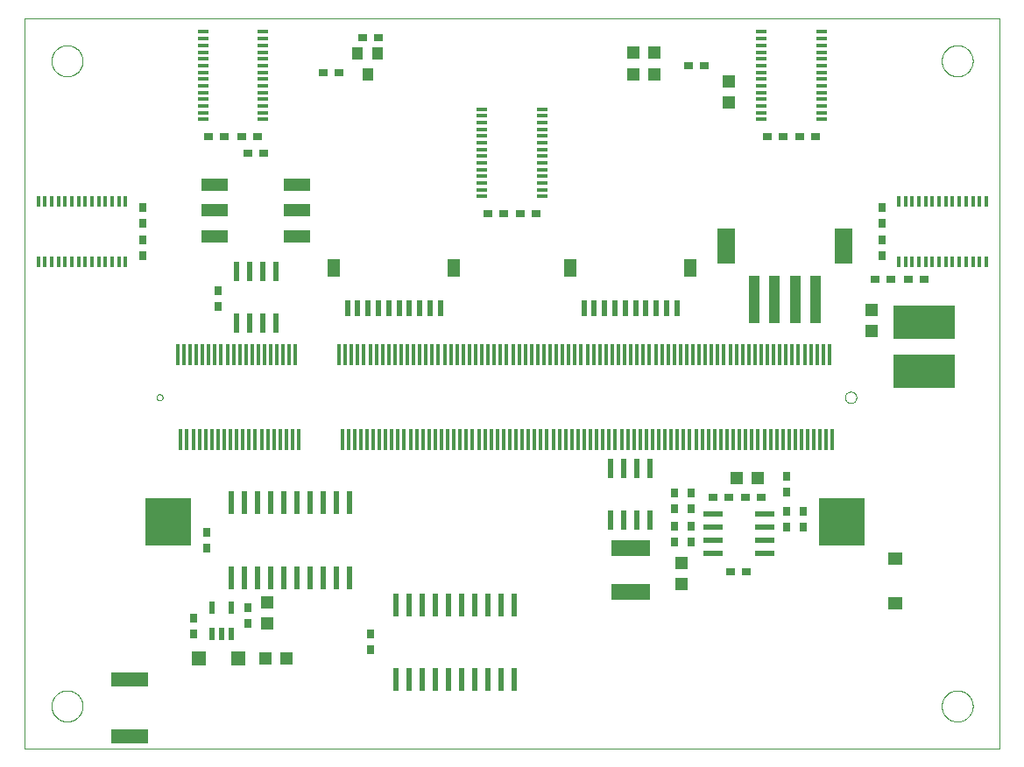
<source format=gbp>
G75*
%MOIN*%
%OFA0B0*%
%FSLAX25Y25*%
%IPPOS*%
%LPD*%
%AMOC8*
5,1,8,0,0,1.08239X$1,22.5*
%
%ADD10C,0.00000*%
%ADD11R,0.02165X0.04724*%
%ADD12R,0.03150X0.03543*%
%ADD13R,0.04724X0.05118*%
%ADD14R,0.05512X0.05512*%
%ADD15R,0.14016X0.05512*%
%ADD16R,0.05118X0.04724*%
%ADD17R,0.03900X0.01200*%
%ADD18R,0.03543X0.03150*%
%ADD19R,0.01200X0.03900*%
%ADD20R,0.01378X0.07874*%
%ADD21R,0.17717X0.18110*%
%ADD22R,0.03937X0.05000*%
%ADD23R,0.07800X0.02200*%
%ADD24R,0.05787X0.05000*%
%ADD25R,0.23622X0.12795*%
%ADD26R,0.14567X0.05906*%
%ADD27R,0.02000X0.07800*%
%ADD28R,0.02362X0.08661*%
%ADD29R,0.02200X0.07800*%
%ADD30R,0.09843X0.04724*%
%ADD31R,0.02362X0.06102*%
%ADD32R,0.04724X0.07087*%
%ADD33R,0.03937X0.18110*%
%ADD34R,0.06693X0.13386*%
D10*
X0007875Y0004375D02*
X0007875Y0282466D01*
X0379027Y0282466D01*
X0379027Y0004375D01*
X0007875Y0004375D01*
X0018219Y0020625D02*
X0018221Y0020778D01*
X0018227Y0020932D01*
X0018237Y0021085D01*
X0018251Y0021237D01*
X0018269Y0021390D01*
X0018291Y0021541D01*
X0018316Y0021692D01*
X0018346Y0021843D01*
X0018380Y0021993D01*
X0018417Y0022141D01*
X0018458Y0022289D01*
X0018503Y0022435D01*
X0018552Y0022581D01*
X0018605Y0022725D01*
X0018661Y0022867D01*
X0018721Y0023008D01*
X0018785Y0023148D01*
X0018852Y0023286D01*
X0018923Y0023422D01*
X0018998Y0023556D01*
X0019075Y0023688D01*
X0019157Y0023818D01*
X0019241Y0023946D01*
X0019329Y0024072D01*
X0019420Y0024195D01*
X0019514Y0024316D01*
X0019612Y0024434D01*
X0019712Y0024550D01*
X0019816Y0024663D01*
X0019922Y0024774D01*
X0020031Y0024882D01*
X0020143Y0024987D01*
X0020257Y0025088D01*
X0020375Y0025187D01*
X0020494Y0025283D01*
X0020616Y0025376D01*
X0020741Y0025465D01*
X0020868Y0025552D01*
X0020997Y0025634D01*
X0021128Y0025714D01*
X0021261Y0025790D01*
X0021396Y0025863D01*
X0021533Y0025932D01*
X0021672Y0025997D01*
X0021812Y0026059D01*
X0021954Y0026117D01*
X0022097Y0026172D01*
X0022242Y0026223D01*
X0022388Y0026270D01*
X0022535Y0026313D01*
X0022683Y0026352D01*
X0022832Y0026388D01*
X0022982Y0026419D01*
X0023133Y0026447D01*
X0023284Y0026471D01*
X0023437Y0026491D01*
X0023589Y0026507D01*
X0023742Y0026519D01*
X0023895Y0026527D01*
X0024048Y0026531D01*
X0024202Y0026531D01*
X0024355Y0026527D01*
X0024508Y0026519D01*
X0024661Y0026507D01*
X0024813Y0026491D01*
X0024966Y0026471D01*
X0025117Y0026447D01*
X0025268Y0026419D01*
X0025418Y0026388D01*
X0025567Y0026352D01*
X0025715Y0026313D01*
X0025862Y0026270D01*
X0026008Y0026223D01*
X0026153Y0026172D01*
X0026296Y0026117D01*
X0026438Y0026059D01*
X0026578Y0025997D01*
X0026717Y0025932D01*
X0026854Y0025863D01*
X0026989Y0025790D01*
X0027122Y0025714D01*
X0027253Y0025634D01*
X0027382Y0025552D01*
X0027509Y0025465D01*
X0027634Y0025376D01*
X0027756Y0025283D01*
X0027875Y0025187D01*
X0027993Y0025088D01*
X0028107Y0024987D01*
X0028219Y0024882D01*
X0028328Y0024774D01*
X0028434Y0024663D01*
X0028538Y0024550D01*
X0028638Y0024434D01*
X0028736Y0024316D01*
X0028830Y0024195D01*
X0028921Y0024072D01*
X0029009Y0023946D01*
X0029093Y0023818D01*
X0029175Y0023688D01*
X0029252Y0023556D01*
X0029327Y0023422D01*
X0029398Y0023286D01*
X0029465Y0023148D01*
X0029529Y0023008D01*
X0029589Y0022867D01*
X0029645Y0022725D01*
X0029698Y0022581D01*
X0029747Y0022435D01*
X0029792Y0022289D01*
X0029833Y0022141D01*
X0029870Y0021993D01*
X0029904Y0021843D01*
X0029934Y0021692D01*
X0029959Y0021541D01*
X0029981Y0021390D01*
X0029999Y0021237D01*
X0030013Y0021085D01*
X0030023Y0020932D01*
X0030029Y0020778D01*
X0030031Y0020625D01*
X0030029Y0020472D01*
X0030023Y0020318D01*
X0030013Y0020165D01*
X0029999Y0020013D01*
X0029981Y0019860D01*
X0029959Y0019709D01*
X0029934Y0019558D01*
X0029904Y0019407D01*
X0029870Y0019257D01*
X0029833Y0019109D01*
X0029792Y0018961D01*
X0029747Y0018815D01*
X0029698Y0018669D01*
X0029645Y0018525D01*
X0029589Y0018383D01*
X0029529Y0018242D01*
X0029465Y0018102D01*
X0029398Y0017964D01*
X0029327Y0017828D01*
X0029252Y0017694D01*
X0029175Y0017562D01*
X0029093Y0017432D01*
X0029009Y0017304D01*
X0028921Y0017178D01*
X0028830Y0017055D01*
X0028736Y0016934D01*
X0028638Y0016816D01*
X0028538Y0016700D01*
X0028434Y0016587D01*
X0028328Y0016476D01*
X0028219Y0016368D01*
X0028107Y0016263D01*
X0027993Y0016162D01*
X0027875Y0016063D01*
X0027756Y0015967D01*
X0027634Y0015874D01*
X0027509Y0015785D01*
X0027382Y0015698D01*
X0027253Y0015616D01*
X0027122Y0015536D01*
X0026989Y0015460D01*
X0026854Y0015387D01*
X0026717Y0015318D01*
X0026578Y0015253D01*
X0026438Y0015191D01*
X0026296Y0015133D01*
X0026153Y0015078D01*
X0026008Y0015027D01*
X0025862Y0014980D01*
X0025715Y0014937D01*
X0025567Y0014898D01*
X0025418Y0014862D01*
X0025268Y0014831D01*
X0025117Y0014803D01*
X0024966Y0014779D01*
X0024813Y0014759D01*
X0024661Y0014743D01*
X0024508Y0014731D01*
X0024355Y0014723D01*
X0024202Y0014719D01*
X0024048Y0014719D01*
X0023895Y0014723D01*
X0023742Y0014731D01*
X0023589Y0014743D01*
X0023437Y0014759D01*
X0023284Y0014779D01*
X0023133Y0014803D01*
X0022982Y0014831D01*
X0022832Y0014862D01*
X0022683Y0014898D01*
X0022535Y0014937D01*
X0022388Y0014980D01*
X0022242Y0015027D01*
X0022097Y0015078D01*
X0021954Y0015133D01*
X0021812Y0015191D01*
X0021672Y0015253D01*
X0021533Y0015318D01*
X0021396Y0015387D01*
X0021261Y0015460D01*
X0021128Y0015536D01*
X0020997Y0015616D01*
X0020868Y0015698D01*
X0020741Y0015785D01*
X0020616Y0015874D01*
X0020494Y0015967D01*
X0020375Y0016063D01*
X0020257Y0016162D01*
X0020143Y0016263D01*
X0020031Y0016368D01*
X0019922Y0016476D01*
X0019816Y0016587D01*
X0019712Y0016700D01*
X0019612Y0016816D01*
X0019514Y0016934D01*
X0019420Y0017055D01*
X0019329Y0017178D01*
X0019241Y0017304D01*
X0019157Y0017432D01*
X0019075Y0017562D01*
X0018998Y0017694D01*
X0018923Y0017828D01*
X0018852Y0017964D01*
X0018785Y0018102D01*
X0018721Y0018242D01*
X0018661Y0018383D01*
X0018605Y0018525D01*
X0018552Y0018669D01*
X0018503Y0018815D01*
X0018458Y0018961D01*
X0018417Y0019109D01*
X0018380Y0019257D01*
X0018346Y0019407D01*
X0018316Y0019558D01*
X0018291Y0019709D01*
X0018269Y0019860D01*
X0018251Y0020013D01*
X0018237Y0020165D01*
X0018227Y0020318D01*
X0018221Y0020472D01*
X0018219Y0020625D01*
X0058136Y0138125D02*
X0058138Y0138194D01*
X0058144Y0138262D01*
X0058154Y0138330D01*
X0058168Y0138397D01*
X0058186Y0138464D01*
X0058207Y0138529D01*
X0058233Y0138593D01*
X0058262Y0138655D01*
X0058294Y0138715D01*
X0058330Y0138774D01*
X0058370Y0138830D01*
X0058412Y0138884D01*
X0058458Y0138935D01*
X0058507Y0138984D01*
X0058558Y0139030D01*
X0058612Y0139072D01*
X0058668Y0139112D01*
X0058726Y0139148D01*
X0058787Y0139180D01*
X0058849Y0139209D01*
X0058913Y0139235D01*
X0058978Y0139256D01*
X0059045Y0139274D01*
X0059112Y0139288D01*
X0059180Y0139298D01*
X0059248Y0139304D01*
X0059317Y0139306D01*
X0059386Y0139304D01*
X0059454Y0139298D01*
X0059522Y0139288D01*
X0059589Y0139274D01*
X0059656Y0139256D01*
X0059721Y0139235D01*
X0059785Y0139209D01*
X0059847Y0139180D01*
X0059907Y0139148D01*
X0059966Y0139112D01*
X0060022Y0139072D01*
X0060076Y0139030D01*
X0060127Y0138984D01*
X0060176Y0138935D01*
X0060222Y0138884D01*
X0060264Y0138830D01*
X0060304Y0138774D01*
X0060340Y0138715D01*
X0060372Y0138655D01*
X0060401Y0138593D01*
X0060427Y0138529D01*
X0060448Y0138464D01*
X0060466Y0138397D01*
X0060480Y0138330D01*
X0060490Y0138262D01*
X0060496Y0138194D01*
X0060498Y0138125D01*
X0060496Y0138056D01*
X0060490Y0137988D01*
X0060480Y0137920D01*
X0060466Y0137853D01*
X0060448Y0137786D01*
X0060427Y0137721D01*
X0060401Y0137657D01*
X0060372Y0137595D01*
X0060340Y0137534D01*
X0060304Y0137476D01*
X0060264Y0137420D01*
X0060222Y0137366D01*
X0060176Y0137315D01*
X0060127Y0137266D01*
X0060076Y0137220D01*
X0060022Y0137178D01*
X0059966Y0137138D01*
X0059908Y0137102D01*
X0059847Y0137070D01*
X0059785Y0137041D01*
X0059721Y0137015D01*
X0059656Y0136994D01*
X0059589Y0136976D01*
X0059522Y0136962D01*
X0059454Y0136952D01*
X0059386Y0136946D01*
X0059317Y0136944D01*
X0059248Y0136946D01*
X0059180Y0136952D01*
X0059112Y0136962D01*
X0059045Y0136976D01*
X0058978Y0136994D01*
X0058913Y0137015D01*
X0058849Y0137041D01*
X0058787Y0137070D01*
X0058726Y0137102D01*
X0058668Y0137138D01*
X0058612Y0137178D01*
X0058558Y0137220D01*
X0058507Y0137266D01*
X0058458Y0137315D01*
X0058412Y0137366D01*
X0058370Y0137420D01*
X0058330Y0137476D01*
X0058294Y0137534D01*
X0058262Y0137595D01*
X0058233Y0137657D01*
X0058207Y0137721D01*
X0058186Y0137786D01*
X0058168Y0137853D01*
X0058154Y0137920D01*
X0058144Y0137988D01*
X0058138Y0138056D01*
X0058136Y0138125D01*
X0320144Y0138125D02*
X0320146Y0138218D01*
X0320152Y0138310D01*
X0320162Y0138402D01*
X0320176Y0138493D01*
X0320193Y0138584D01*
X0320215Y0138674D01*
X0320240Y0138763D01*
X0320269Y0138851D01*
X0320302Y0138937D01*
X0320339Y0139022D01*
X0320379Y0139106D01*
X0320423Y0139187D01*
X0320470Y0139267D01*
X0320520Y0139345D01*
X0320574Y0139420D01*
X0320631Y0139493D01*
X0320691Y0139563D01*
X0320754Y0139631D01*
X0320820Y0139696D01*
X0320888Y0139758D01*
X0320959Y0139818D01*
X0321033Y0139874D01*
X0321109Y0139927D01*
X0321187Y0139976D01*
X0321267Y0140023D01*
X0321349Y0140065D01*
X0321433Y0140105D01*
X0321518Y0140140D01*
X0321605Y0140172D01*
X0321693Y0140201D01*
X0321782Y0140225D01*
X0321872Y0140246D01*
X0321963Y0140262D01*
X0322055Y0140275D01*
X0322147Y0140284D01*
X0322240Y0140289D01*
X0322332Y0140290D01*
X0322425Y0140287D01*
X0322517Y0140280D01*
X0322609Y0140269D01*
X0322700Y0140254D01*
X0322791Y0140236D01*
X0322881Y0140213D01*
X0322969Y0140187D01*
X0323057Y0140157D01*
X0323143Y0140123D01*
X0323227Y0140086D01*
X0323310Y0140044D01*
X0323391Y0140000D01*
X0323471Y0139952D01*
X0323548Y0139901D01*
X0323622Y0139846D01*
X0323695Y0139788D01*
X0323765Y0139728D01*
X0323832Y0139664D01*
X0323896Y0139598D01*
X0323958Y0139528D01*
X0324016Y0139457D01*
X0324071Y0139383D01*
X0324123Y0139306D01*
X0324172Y0139227D01*
X0324218Y0139147D01*
X0324260Y0139064D01*
X0324298Y0138980D01*
X0324333Y0138894D01*
X0324364Y0138807D01*
X0324391Y0138719D01*
X0324414Y0138629D01*
X0324434Y0138539D01*
X0324450Y0138448D01*
X0324462Y0138356D01*
X0324470Y0138264D01*
X0324474Y0138171D01*
X0324474Y0138079D01*
X0324470Y0137986D01*
X0324462Y0137894D01*
X0324450Y0137802D01*
X0324434Y0137711D01*
X0324414Y0137621D01*
X0324391Y0137531D01*
X0324364Y0137443D01*
X0324333Y0137356D01*
X0324298Y0137270D01*
X0324260Y0137186D01*
X0324218Y0137103D01*
X0324172Y0137023D01*
X0324123Y0136944D01*
X0324071Y0136867D01*
X0324016Y0136793D01*
X0323958Y0136722D01*
X0323896Y0136652D01*
X0323832Y0136586D01*
X0323765Y0136522D01*
X0323695Y0136462D01*
X0323622Y0136404D01*
X0323548Y0136349D01*
X0323471Y0136298D01*
X0323392Y0136250D01*
X0323310Y0136206D01*
X0323227Y0136164D01*
X0323143Y0136127D01*
X0323057Y0136093D01*
X0322969Y0136063D01*
X0322881Y0136037D01*
X0322791Y0136014D01*
X0322700Y0135996D01*
X0322609Y0135981D01*
X0322517Y0135970D01*
X0322425Y0135963D01*
X0322332Y0135960D01*
X0322240Y0135961D01*
X0322147Y0135966D01*
X0322055Y0135975D01*
X0321963Y0135988D01*
X0321872Y0136004D01*
X0321782Y0136025D01*
X0321693Y0136049D01*
X0321605Y0136078D01*
X0321518Y0136110D01*
X0321433Y0136145D01*
X0321349Y0136185D01*
X0321267Y0136227D01*
X0321187Y0136274D01*
X0321109Y0136323D01*
X0321033Y0136376D01*
X0320959Y0136432D01*
X0320888Y0136492D01*
X0320820Y0136554D01*
X0320754Y0136619D01*
X0320691Y0136687D01*
X0320631Y0136757D01*
X0320574Y0136830D01*
X0320520Y0136905D01*
X0320470Y0136983D01*
X0320423Y0137063D01*
X0320379Y0137144D01*
X0320339Y0137228D01*
X0320302Y0137313D01*
X0320269Y0137399D01*
X0320240Y0137487D01*
X0320215Y0137576D01*
X0320193Y0137666D01*
X0320176Y0137757D01*
X0320162Y0137848D01*
X0320152Y0137940D01*
X0320146Y0138032D01*
X0320144Y0138125D01*
X0356969Y0020625D02*
X0356971Y0020778D01*
X0356977Y0020932D01*
X0356987Y0021085D01*
X0357001Y0021237D01*
X0357019Y0021390D01*
X0357041Y0021541D01*
X0357066Y0021692D01*
X0357096Y0021843D01*
X0357130Y0021993D01*
X0357167Y0022141D01*
X0357208Y0022289D01*
X0357253Y0022435D01*
X0357302Y0022581D01*
X0357355Y0022725D01*
X0357411Y0022867D01*
X0357471Y0023008D01*
X0357535Y0023148D01*
X0357602Y0023286D01*
X0357673Y0023422D01*
X0357748Y0023556D01*
X0357825Y0023688D01*
X0357907Y0023818D01*
X0357991Y0023946D01*
X0358079Y0024072D01*
X0358170Y0024195D01*
X0358264Y0024316D01*
X0358362Y0024434D01*
X0358462Y0024550D01*
X0358566Y0024663D01*
X0358672Y0024774D01*
X0358781Y0024882D01*
X0358893Y0024987D01*
X0359007Y0025088D01*
X0359125Y0025187D01*
X0359244Y0025283D01*
X0359366Y0025376D01*
X0359491Y0025465D01*
X0359618Y0025552D01*
X0359747Y0025634D01*
X0359878Y0025714D01*
X0360011Y0025790D01*
X0360146Y0025863D01*
X0360283Y0025932D01*
X0360422Y0025997D01*
X0360562Y0026059D01*
X0360704Y0026117D01*
X0360847Y0026172D01*
X0360992Y0026223D01*
X0361138Y0026270D01*
X0361285Y0026313D01*
X0361433Y0026352D01*
X0361582Y0026388D01*
X0361732Y0026419D01*
X0361883Y0026447D01*
X0362034Y0026471D01*
X0362187Y0026491D01*
X0362339Y0026507D01*
X0362492Y0026519D01*
X0362645Y0026527D01*
X0362798Y0026531D01*
X0362952Y0026531D01*
X0363105Y0026527D01*
X0363258Y0026519D01*
X0363411Y0026507D01*
X0363563Y0026491D01*
X0363716Y0026471D01*
X0363867Y0026447D01*
X0364018Y0026419D01*
X0364168Y0026388D01*
X0364317Y0026352D01*
X0364465Y0026313D01*
X0364612Y0026270D01*
X0364758Y0026223D01*
X0364903Y0026172D01*
X0365046Y0026117D01*
X0365188Y0026059D01*
X0365328Y0025997D01*
X0365467Y0025932D01*
X0365604Y0025863D01*
X0365739Y0025790D01*
X0365872Y0025714D01*
X0366003Y0025634D01*
X0366132Y0025552D01*
X0366259Y0025465D01*
X0366384Y0025376D01*
X0366506Y0025283D01*
X0366625Y0025187D01*
X0366743Y0025088D01*
X0366857Y0024987D01*
X0366969Y0024882D01*
X0367078Y0024774D01*
X0367184Y0024663D01*
X0367288Y0024550D01*
X0367388Y0024434D01*
X0367486Y0024316D01*
X0367580Y0024195D01*
X0367671Y0024072D01*
X0367759Y0023946D01*
X0367843Y0023818D01*
X0367925Y0023688D01*
X0368002Y0023556D01*
X0368077Y0023422D01*
X0368148Y0023286D01*
X0368215Y0023148D01*
X0368279Y0023008D01*
X0368339Y0022867D01*
X0368395Y0022725D01*
X0368448Y0022581D01*
X0368497Y0022435D01*
X0368542Y0022289D01*
X0368583Y0022141D01*
X0368620Y0021993D01*
X0368654Y0021843D01*
X0368684Y0021692D01*
X0368709Y0021541D01*
X0368731Y0021390D01*
X0368749Y0021237D01*
X0368763Y0021085D01*
X0368773Y0020932D01*
X0368779Y0020778D01*
X0368781Y0020625D01*
X0368779Y0020472D01*
X0368773Y0020318D01*
X0368763Y0020165D01*
X0368749Y0020013D01*
X0368731Y0019860D01*
X0368709Y0019709D01*
X0368684Y0019558D01*
X0368654Y0019407D01*
X0368620Y0019257D01*
X0368583Y0019109D01*
X0368542Y0018961D01*
X0368497Y0018815D01*
X0368448Y0018669D01*
X0368395Y0018525D01*
X0368339Y0018383D01*
X0368279Y0018242D01*
X0368215Y0018102D01*
X0368148Y0017964D01*
X0368077Y0017828D01*
X0368002Y0017694D01*
X0367925Y0017562D01*
X0367843Y0017432D01*
X0367759Y0017304D01*
X0367671Y0017178D01*
X0367580Y0017055D01*
X0367486Y0016934D01*
X0367388Y0016816D01*
X0367288Y0016700D01*
X0367184Y0016587D01*
X0367078Y0016476D01*
X0366969Y0016368D01*
X0366857Y0016263D01*
X0366743Y0016162D01*
X0366625Y0016063D01*
X0366506Y0015967D01*
X0366384Y0015874D01*
X0366259Y0015785D01*
X0366132Y0015698D01*
X0366003Y0015616D01*
X0365872Y0015536D01*
X0365739Y0015460D01*
X0365604Y0015387D01*
X0365467Y0015318D01*
X0365328Y0015253D01*
X0365188Y0015191D01*
X0365046Y0015133D01*
X0364903Y0015078D01*
X0364758Y0015027D01*
X0364612Y0014980D01*
X0364465Y0014937D01*
X0364317Y0014898D01*
X0364168Y0014862D01*
X0364018Y0014831D01*
X0363867Y0014803D01*
X0363716Y0014779D01*
X0363563Y0014759D01*
X0363411Y0014743D01*
X0363258Y0014731D01*
X0363105Y0014723D01*
X0362952Y0014719D01*
X0362798Y0014719D01*
X0362645Y0014723D01*
X0362492Y0014731D01*
X0362339Y0014743D01*
X0362187Y0014759D01*
X0362034Y0014779D01*
X0361883Y0014803D01*
X0361732Y0014831D01*
X0361582Y0014862D01*
X0361433Y0014898D01*
X0361285Y0014937D01*
X0361138Y0014980D01*
X0360992Y0015027D01*
X0360847Y0015078D01*
X0360704Y0015133D01*
X0360562Y0015191D01*
X0360422Y0015253D01*
X0360283Y0015318D01*
X0360146Y0015387D01*
X0360011Y0015460D01*
X0359878Y0015536D01*
X0359747Y0015616D01*
X0359618Y0015698D01*
X0359491Y0015785D01*
X0359366Y0015874D01*
X0359244Y0015967D01*
X0359125Y0016063D01*
X0359007Y0016162D01*
X0358893Y0016263D01*
X0358781Y0016368D01*
X0358672Y0016476D01*
X0358566Y0016587D01*
X0358462Y0016700D01*
X0358362Y0016816D01*
X0358264Y0016934D01*
X0358170Y0017055D01*
X0358079Y0017178D01*
X0357991Y0017304D01*
X0357907Y0017432D01*
X0357825Y0017562D01*
X0357748Y0017694D01*
X0357673Y0017828D01*
X0357602Y0017964D01*
X0357535Y0018102D01*
X0357471Y0018242D01*
X0357411Y0018383D01*
X0357355Y0018525D01*
X0357302Y0018669D01*
X0357253Y0018815D01*
X0357208Y0018961D01*
X0357167Y0019109D01*
X0357130Y0019257D01*
X0357096Y0019407D01*
X0357066Y0019558D01*
X0357041Y0019709D01*
X0357019Y0019860D01*
X0357001Y0020013D01*
X0356987Y0020165D01*
X0356977Y0020318D01*
X0356971Y0020472D01*
X0356969Y0020625D01*
X0356969Y0266250D02*
X0356971Y0266403D01*
X0356977Y0266557D01*
X0356987Y0266710D01*
X0357001Y0266862D01*
X0357019Y0267015D01*
X0357041Y0267166D01*
X0357066Y0267317D01*
X0357096Y0267468D01*
X0357130Y0267618D01*
X0357167Y0267766D01*
X0357208Y0267914D01*
X0357253Y0268060D01*
X0357302Y0268206D01*
X0357355Y0268350D01*
X0357411Y0268492D01*
X0357471Y0268633D01*
X0357535Y0268773D01*
X0357602Y0268911D01*
X0357673Y0269047D01*
X0357748Y0269181D01*
X0357825Y0269313D01*
X0357907Y0269443D01*
X0357991Y0269571D01*
X0358079Y0269697D01*
X0358170Y0269820D01*
X0358264Y0269941D01*
X0358362Y0270059D01*
X0358462Y0270175D01*
X0358566Y0270288D01*
X0358672Y0270399D01*
X0358781Y0270507D01*
X0358893Y0270612D01*
X0359007Y0270713D01*
X0359125Y0270812D01*
X0359244Y0270908D01*
X0359366Y0271001D01*
X0359491Y0271090D01*
X0359618Y0271177D01*
X0359747Y0271259D01*
X0359878Y0271339D01*
X0360011Y0271415D01*
X0360146Y0271488D01*
X0360283Y0271557D01*
X0360422Y0271622D01*
X0360562Y0271684D01*
X0360704Y0271742D01*
X0360847Y0271797D01*
X0360992Y0271848D01*
X0361138Y0271895D01*
X0361285Y0271938D01*
X0361433Y0271977D01*
X0361582Y0272013D01*
X0361732Y0272044D01*
X0361883Y0272072D01*
X0362034Y0272096D01*
X0362187Y0272116D01*
X0362339Y0272132D01*
X0362492Y0272144D01*
X0362645Y0272152D01*
X0362798Y0272156D01*
X0362952Y0272156D01*
X0363105Y0272152D01*
X0363258Y0272144D01*
X0363411Y0272132D01*
X0363563Y0272116D01*
X0363716Y0272096D01*
X0363867Y0272072D01*
X0364018Y0272044D01*
X0364168Y0272013D01*
X0364317Y0271977D01*
X0364465Y0271938D01*
X0364612Y0271895D01*
X0364758Y0271848D01*
X0364903Y0271797D01*
X0365046Y0271742D01*
X0365188Y0271684D01*
X0365328Y0271622D01*
X0365467Y0271557D01*
X0365604Y0271488D01*
X0365739Y0271415D01*
X0365872Y0271339D01*
X0366003Y0271259D01*
X0366132Y0271177D01*
X0366259Y0271090D01*
X0366384Y0271001D01*
X0366506Y0270908D01*
X0366625Y0270812D01*
X0366743Y0270713D01*
X0366857Y0270612D01*
X0366969Y0270507D01*
X0367078Y0270399D01*
X0367184Y0270288D01*
X0367288Y0270175D01*
X0367388Y0270059D01*
X0367486Y0269941D01*
X0367580Y0269820D01*
X0367671Y0269697D01*
X0367759Y0269571D01*
X0367843Y0269443D01*
X0367925Y0269313D01*
X0368002Y0269181D01*
X0368077Y0269047D01*
X0368148Y0268911D01*
X0368215Y0268773D01*
X0368279Y0268633D01*
X0368339Y0268492D01*
X0368395Y0268350D01*
X0368448Y0268206D01*
X0368497Y0268060D01*
X0368542Y0267914D01*
X0368583Y0267766D01*
X0368620Y0267618D01*
X0368654Y0267468D01*
X0368684Y0267317D01*
X0368709Y0267166D01*
X0368731Y0267015D01*
X0368749Y0266862D01*
X0368763Y0266710D01*
X0368773Y0266557D01*
X0368779Y0266403D01*
X0368781Y0266250D01*
X0368779Y0266097D01*
X0368773Y0265943D01*
X0368763Y0265790D01*
X0368749Y0265638D01*
X0368731Y0265485D01*
X0368709Y0265334D01*
X0368684Y0265183D01*
X0368654Y0265032D01*
X0368620Y0264882D01*
X0368583Y0264734D01*
X0368542Y0264586D01*
X0368497Y0264440D01*
X0368448Y0264294D01*
X0368395Y0264150D01*
X0368339Y0264008D01*
X0368279Y0263867D01*
X0368215Y0263727D01*
X0368148Y0263589D01*
X0368077Y0263453D01*
X0368002Y0263319D01*
X0367925Y0263187D01*
X0367843Y0263057D01*
X0367759Y0262929D01*
X0367671Y0262803D01*
X0367580Y0262680D01*
X0367486Y0262559D01*
X0367388Y0262441D01*
X0367288Y0262325D01*
X0367184Y0262212D01*
X0367078Y0262101D01*
X0366969Y0261993D01*
X0366857Y0261888D01*
X0366743Y0261787D01*
X0366625Y0261688D01*
X0366506Y0261592D01*
X0366384Y0261499D01*
X0366259Y0261410D01*
X0366132Y0261323D01*
X0366003Y0261241D01*
X0365872Y0261161D01*
X0365739Y0261085D01*
X0365604Y0261012D01*
X0365467Y0260943D01*
X0365328Y0260878D01*
X0365188Y0260816D01*
X0365046Y0260758D01*
X0364903Y0260703D01*
X0364758Y0260652D01*
X0364612Y0260605D01*
X0364465Y0260562D01*
X0364317Y0260523D01*
X0364168Y0260487D01*
X0364018Y0260456D01*
X0363867Y0260428D01*
X0363716Y0260404D01*
X0363563Y0260384D01*
X0363411Y0260368D01*
X0363258Y0260356D01*
X0363105Y0260348D01*
X0362952Y0260344D01*
X0362798Y0260344D01*
X0362645Y0260348D01*
X0362492Y0260356D01*
X0362339Y0260368D01*
X0362187Y0260384D01*
X0362034Y0260404D01*
X0361883Y0260428D01*
X0361732Y0260456D01*
X0361582Y0260487D01*
X0361433Y0260523D01*
X0361285Y0260562D01*
X0361138Y0260605D01*
X0360992Y0260652D01*
X0360847Y0260703D01*
X0360704Y0260758D01*
X0360562Y0260816D01*
X0360422Y0260878D01*
X0360283Y0260943D01*
X0360146Y0261012D01*
X0360011Y0261085D01*
X0359878Y0261161D01*
X0359747Y0261241D01*
X0359618Y0261323D01*
X0359491Y0261410D01*
X0359366Y0261499D01*
X0359244Y0261592D01*
X0359125Y0261688D01*
X0359007Y0261787D01*
X0358893Y0261888D01*
X0358781Y0261993D01*
X0358672Y0262101D01*
X0358566Y0262212D01*
X0358462Y0262325D01*
X0358362Y0262441D01*
X0358264Y0262559D01*
X0358170Y0262680D01*
X0358079Y0262803D01*
X0357991Y0262929D01*
X0357907Y0263057D01*
X0357825Y0263187D01*
X0357748Y0263319D01*
X0357673Y0263453D01*
X0357602Y0263589D01*
X0357535Y0263727D01*
X0357471Y0263867D01*
X0357411Y0264008D01*
X0357355Y0264150D01*
X0357302Y0264294D01*
X0357253Y0264440D01*
X0357208Y0264586D01*
X0357167Y0264734D01*
X0357130Y0264882D01*
X0357096Y0265032D01*
X0357066Y0265183D01*
X0357041Y0265334D01*
X0357019Y0265485D01*
X0357001Y0265638D01*
X0356987Y0265790D01*
X0356977Y0265943D01*
X0356971Y0266097D01*
X0356969Y0266250D01*
X0018219Y0266250D02*
X0018221Y0266403D01*
X0018227Y0266557D01*
X0018237Y0266710D01*
X0018251Y0266862D01*
X0018269Y0267015D01*
X0018291Y0267166D01*
X0018316Y0267317D01*
X0018346Y0267468D01*
X0018380Y0267618D01*
X0018417Y0267766D01*
X0018458Y0267914D01*
X0018503Y0268060D01*
X0018552Y0268206D01*
X0018605Y0268350D01*
X0018661Y0268492D01*
X0018721Y0268633D01*
X0018785Y0268773D01*
X0018852Y0268911D01*
X0018923Y0269047D01*
X0018998Y0269181D01*
X0019075Y0269313D01*
X0019157Y0269443D01*
X0019241Y0269571D01*
X0019329Y0269697D01*
X0019420Y0269820D01*
X0019514Y0269941D01*
X0019612Y0270059D01*
X0019712Y0270175D01*
X0019816Y0270288D01*
X0019922Y0270399D01*
X0020031Y0270507D01*
X0020143Y0270612D01*
X0020257Y0270713D01*
X0020375Y0270812D01*
X0020494Y0270908D01*
X0020616Y0271001D01*
X0020741Y0271090D01*
X0020868Y0271177D01*
X0020997Y0271259D01*
X0021128Y0271339D01*
X0021261Y0271415D01*
X0021396Y0271488D01*
X0021533Y0271557D01*
X0021672Y0271622D01*
X0021812Y0271684D01*
X0021954Y0271742D01*
X0022097Y0271797D01*
X0022242Y0271848D01*
X0022388Y0271895D01*
X0022535Y0271938D01*
X0022683Y0271977D01*
X0022832Y0272013D01*
X0022982Y0272044D01*
X0023133Y0272072D01*
X0023284Y0272096D01*
X0023437Y0272116D01*
X0023589Y0272132D01*
X0023742Y0272144D01*
X0023895Y0272152D01*
X0024048Y0272156D01*
X0024202Y0272156D01*
X0024355Y0272152D01*
X0024508Y0272144D01*
X0024661Y0272132D01*
X0024813Y0272116D01*
X0024966Y0272096D01*
X0025117Y0272072D01*
X0025268Y0272044D01*
X0025418Y0272013D01*
X0025567Y0271977D01*
X0025715Y0271938D01*
X0025862Y0271895D01*
X0026008Y0271848D01*
X0026153Y0271797D01*
X0026296Y0271742D01*
X0026438Y0271684D01*
X0026578Y0271622D01*
X0026717Y0271557D01*
X0026854Y0271488D01*
X0026989Y0271415D01*
X0027122Y0271339D01*
X0027253Y0271259D01*
X0027382Y0271177D01*
X0027509Y0271090D01*
X0027634Y0271001D01*
X0027756Y0270908D01*
X0027875Y0270812D01*
X0027993Y0270713D01*
X0028107Y0270612D01*
X0028219Y0270507D01*
X0028328Y0270399D01*
X0028434Y0270288D01*
X0028538Y0270175D01*
X0028638Y0270059D01*
X0028736Y0269941D01*
X0028830Y0269820D01*
X0028921Y0269697D01*
X0029009Y0269571D01*
X0029093Y0269443D01*
X0029175Y0269313D01*
X0029252Y0269181D01*
X0029327Y0269047D01*
X0029398Y0268911D01*
X0029465Y0268773D01*
X0029529Y0268633D01*
X0029589Y0268492D01*
X0029645Y0268350D01*
X0029698Y0268206D01*
X0029747Y0268060D01*
X0029792Y0267914D01*
X0029833Y0267766D01*
X0029870Y0267618D01*
X0029904Y0267468D01*
X0029934Y0267317D01*
X0029959Y0267166D01*
X0029981Y0267015D01*
X0029999Y0266862D01*
X0030013Y0266710D01*
X0030023Y0266557D01*
X0030029Y0266403D01*
X0030031Y0266250D01*
X0030029Y0266097D01*
X0030023Y0265943D01*
X0030013Y0265790D01*
X0029999Y0265638D01*
X0029981Y0265485D01*
X0029959Y0265334D01*
X0029934Y0265183D01*
X0029904Y0265032D01*
X0029870Y0264882D01*
X0029833Y0264734D01*
X0029792Y0264586D01*
X0029747Y0264440D01*
X0029698Y0264294D01*
X0029645Y0264150D01*
X0029589Y0264008D01*
X0029529Y0263867D01*
X0029465Y0263727D01*
X0029398Y0263589D01*
X0029327Y0263453D01*
X0029252Y0263319D01*
X0029175Y0263187D01*
X0029093Y0263057D01*
X0029009Y0262929D01*
X0028921Y0262803D01*
X0028830Y0262680D01*
X0028736Y0262559D01*
X0028638Y0262441D01*
X0028538Y0262325D01*
X0028434Y0262212D01*
X0028328Y0262101D01*
X0028219Y0261993D01*
X0028107Y0261888D01*
X0027993Y0261787D01*
X0027875Y0261688D01*
X0027756Y0261592D01*
X0027634Y0261499D01*
X0027509Y0261410D01*
X0027382Y0261323D01*
X0027253Y0261241D01*
X0027122Y0261161D01*
X0026989Y0261085D01*
X0026854Y0261012D01*
X0026717Y0260943D01*
X0026578Y0260878D01*
X0026438Y0260816D01*
X0026296Y0260758D01*
X0026153Y0260703D01*
X0026008Y0260652D01*
X0025862Y0260605D01*
X0025715Y0260562D01*
X0025567Y0260523D01*
X0025418Y0260487D01*
X0025268Y0260456D01*
X0025117Y0260428D01*
X0024966Y0260404D01*
X0024813Y0260384D01*
X0024661Y0260368D01*
X0024508Y0260356D01*
X0024355Y0260348D01*
X0024202Y0260344D01*
X0024048Y0260344D01*
X0023895Y0260348D01*
X0023742Y0260356D01*
X0023589Y0260368D01*
X0023437Y0260384D01*
X0023284Y0260404D01*
X0023133Y0260428D01*
X0022982Y0260456D01*
X0022832Y0260487D01*
X0022683Y0260523D01*
X0022535Y0260562D01*
X0022388Y0260605D01*
X0022242Y0260652D01*
X0022097Y0260703D01*
X0021954Y0260758D01*
X0021812Y0260816D01*
X0021672Y0260878D01*
X0021533Y0260943D01*
X0021396Y0261012D01*
X0021261Y0261085D01*
X0021128Y0261161D01*
X0020997Y0261241D01*
X0020868Y0261323D01*
X0020741Y0261410D01*
X0020616Y0261499D01*
X0020494Y0261592D01*
X0020375Y0261688D01*
X0020257Y0261787D01*
X0020143Y0261888D01*
X0020031Y0261993D01*
X0019922Y0262101D01*
X0019816Y0262212D01*
X0019712Y0262325D01*
X0019612Y0262441D01*
X0019514Y0262559D01*
X0019420Y0262680D01*
X0019329Y0262803D01*
X0019241Y0262929D01*
X0019157Y0263057D01*
X0019075Y0263187D01*
X0018998Y0263319D01*
X0018923Y0263453D01*
X0018852Y0263589D01*
X0018785Y0263727D01*
X0018721Y0263867D01*
X0018661Y0264008D01*
X0018605Y0264150D01*
X0018552Y0264294D01*
X0018503Y0264440D01*
X0018458Y0264586D01*
X0018417Y0264734D01*
X0018380Y0264882D01*
X0018346Y0265032D01*
X0018316Y0265183D01*
X0018291Y0265334D01*
X0018269Y0265485D01*
X0018251Y0265638D01*
X0018237Y0265790D01*
X0018227Y0265943D01*
X0018221Y0266097D01*
X0018219Y0266250D01*
D11*
X0079135Y0058244D03*
X0086615Y0058244D03*
X0086615Y0048006D03*
X0082875Y0048006D03*
X0079135Y0048006D03*
D12*
X0072250Y0048250D03*
X0072250Y0054250D03*
X0092875Y0052000D03*
X0092875Y0058000D03*
X0139750Y0048000D03*
X0139750Y0042000D03*
X0077250Y0080750D03*
X0077250Y0086750D03*
X0255375Y0089250D03*
X0255375Y0083250D03*
X0261625Y0083250D03*
X0261625Y0089250D03*
X0261625Y0095750D03*
X0255375Y0095750D03*
X0255375Y0101750D03*
X0261625Y0101750D03*
X0297875Y0102000D03*
X0297875Y0108000D03*
X0297875Y0094875D03*
X0297875Y0088875D03*
X0304125Y0088875D03*
X0304125Y0094875D03*
X0334125Y0192000D03*
X0334125Y0198000D03*
X0334125Y0204500D03*
X0334125Y0210500D03*
X0081625Y0178625D03*
X0081625Y0172625D03*
X0052875Y0192000D03*
X0052875Y0198000D03*
X0052875Y0204500D03*
X0052875Y0210500D03*
D13*
X0239500Y0261250D03*
X0247500Y0261250D03*
X0247500Y0269375D03*
X0239500Y0269375D03*
X0278875Y0107500D03*
X0286875Y0107500D03*
X0107500Y0038750D03*
X0099500Y0038750D03*
D14*
X0089105Y0038750D03*
X0074145Y0038750D03*
D15*
X0047875Y0030748D03*
X0047875Y0009252D03*
D16*
X0100375Y0052250D03*
X0100375Y0060250D03*
X0257875Y0067250D03*
X0257875Y0075250D03*
X0330375Y0163500D03*
X0330375Y0171500D03*
X0276000Y0250375D03*
X0276000Y0258375D03*
D17*
X0288263Y0259345D03*
X0288263Y0256786D03*
X0288263Y0254227D03*
X0288263Y0251668D03*
X0288263Y0249109D03*
X0288263Y0246550D03*
X0288263Y0243991D03*
X0311237Y0243991D03*
X0311237Y0246550D03*
X0311237Y0249109D03*
X0311237Y0251668D03*
X0311237Y0254227D03*
X0311237Y0256786D03*
X0311237Y0259345D03*
X0311237Y0261905D03*
X0311237Y0264464D03*
X0311237Y0267023D03*
X0311237Y0269582D03*
X0311237Y0272141D03*
X0311237Y0274700D03*
X0311237Y0277259D03*
X0288263Y0277259D03*
X0288263Y0274700D03*
X0288263Y0272141D03*
X0288263Y0269582D03*
X0288263Y0267023D03*
X0288263Y0264464D03*
X0288263Y0261905D03*
X0204987Y0247884D03*
X0204987Y0245325D03*
X0204987Y0242766D03*
X0204987Y0240207D03*
X0204987Y0237648D03*
X0204987Y0235089D03*
X0204987Y0232530D03*
X0204987Y0229970D03*
X0204987Y0227411D03*
X0204987Y0224852D03*
X0204987Y0222293D03*
X0204987Y0219734D03*
X0204987Y0217175D03*
X0204987Y0214616D03*
X0182013Y0214616D03*
X0182013Y0217175D03*
X0182013Y0219734D03*
X0182013Y0222293D03*
X0182013Y0224852D03*
X0182013Y0227411D03*
X0182013Y0229970D03*
X0182013Y0232530D03*
X0182013Y0235089D03*
X0182013Y0237648D03*
X0182013Y0240207D03*
X0182013Y0242766D03*
X0182013Y0245325D03*
X0182013Y0247884D03*
X0098737Y0249109D03*
X0098737Y0246550D03*
X0098737Y0243991D03*
X0098737Y0251668D03*
X0098737Y0254227D03*
X0098737Y0256786D03*
X0098737Y0259345D03*
X0098737Y0261905D03*
X0098737Y0264464D03*
X0098737Y0267023D03*
X0098737Y0269582D03*
X0098737Y0272141D03*
X0098737Y0274700D03*
X0098737Y0277259D03*
X0075763Y0277259D03*
X0075763Y0274700D03*
X0075763Y0272141D03*
X0075763Y0269582D03*
X0075763Y0267023D03*
X0075763Y0264464D03*
X0075763Y0261905D03*
X0075763Y0259345D03*
X0075763Y0256786D03*
X0075763Y0254227D03*
X0075763Y0251668D03*
X0075763Y0249109D03*
X0075763Y0246550D03*
X0075763Y0243991D03*
D18*
X0078000Y0237500D03*
X0084000Y0237500D03*
X0090500Y0237500D03*
X0096500Y0237500D03*
X0099000Y0231250D03*
X0093000Y0231250D03*
X0121750Y0261875D03*
X0127750Y0261875D03*
X0136750Y0275000D03*
X0142750Y0275000D03*
X0260500Y0264375D03*
X0266500Y0264375D03*
X0290500Y0237500D03*
X0296500Y0237500D03*
X0303000Y0237500D03*
X0309000Y0237500D03*
X0331750Y0183125D03*
X0337750Y0183125D03*
X0344250Y0183125D03*
X0350250Y0183125D03*
X0202750Y0208125D03*
X0196750Y0208125D03*
X0190250Y0208125D03*
X0184250Y0208125D03*
X0269875Y0100000D03*
X0275875Y0100000D03*
X0282375Y0100000D03*
X0288375Y0100000D03*
X0282750Y0071875D03*
X0276750Y0071875D03*
D19*
X0340616Y0189763D03*
X0343175Y0189763D03*
X0345734Y0189763D03*
X0348293Y0189763D03*
X0350852Y0189763D03*
X0353411Y0189763D03*
X0355970Y0189763D03*
X0358530Y0189763D03*
X0361089Y0189763D03*
X0363648Y0189763D03*
X0366207Y0189763D03*
X0368766Y0189763D03*
X0371325Y0189763D03*
X0373884Y0189763D03*
X0373884Y0212737D03*
X0371325Y0212737D03*
X0368766Y0212737D03*
X0366207Y0212737D03*
X0363648Y0212737D03*
X0361089Y0212737D03*
X0358530Y0212737D03*
X0355970Y0212737D03*
X0353411Y0212737D03*
X0350852Y0212737D03*
X0348293Y0212737D03*
X0345734Y0212737D03*
X0343175Y0212737D03*
X0340616Y0212737D03*
X0046384Y0212737D03*
X0043825Y0212737D03*
X0041266Y0212737D03*
X0038707Y0212737D03*
X0036148Y0212737D03*
X0033589Y0212737D03*
X0031030Y0212737D03*
X0028470Y0212737D03*
X0025911Y0212737D03*
X0023352Y0212737D03*
X0020793Y0212737D03*
X0018234Y0212737D03*
X0015675Y0212737D03*
X0013116Y0212737D03*
X0013116Y0189763D03*
X0015675Y0189763D03*
X0018234Y0189763D03*
X0020793Y0189763D03*
X0023352Y0189763D03*
X0025911Y0189763D03*
X0028470Y0189763D03*
X0031030Y0189763D03*
X0033589Y0189763D03*
X0036148Y0189763D03*
X0038707Y0189763D03*
X0041266Y0189763D03*
X0043825Y0189763D03*
X0046384Y0189763D03*
D20*
X0066207Y0154267D03*
X0068569Y0154267D03*
X0070931Y0154267D03*
X0073293Y0154267D03*
X0075656Y0154267D03*
X0078018Y0154267D03*
X0080380Y0154267D03*
X0082742Y0154267D03*
X0085104Y0154267D03*
X0087467Y0154267D03*
X0089829Y0154267D03*
X0092191Y0154267D03*
X0094553Y0154267D03*
X0096915Y0154267D03*
X0099278Y0154267D03*
X0101640Y0154267D03*
X0104002Y0154267D03*
X0106364Y0154267D03*
X0108726Y0154267D03*
X0111089Y0154267D03*
X0127624Y0154267D03*
X0129986Y0154267D03*
X0132348Y0154267D03*
X0134711Y0154267D03*
X0137073Y0154267D03*
X0139435Y0154267D03*
X0141797Y0154267D03*
X0144159Y0154267D03*
X0146522Y0154267D03*
X0148884Y0154267D03*
X0151246Y0154267D03*
X0153608Y0154267D03*
X0155970Y0154267D03*
X0158333Y0154267D03*
X0160695Y0154267D03*
X0163057Y0154267D03*
X0165419Y0154267D03*
X0167781Y0154267D03*
X0170144Y0154267D03*
X0172506Y0154267D03*
X0174868Y0154267D03*
X0177230Y0154267D03*
X0179593Y0154267D03*
X0181955Y0154267D03*
X0184317Y0154267D03*
X0186679Y0154267D03*
X0189041Y0154267D03*
X0191404Y0154267D03*
X0193766Y0154267D03*
X0196128Y0154267D03*
X0198490Y0154267D03*
X0200852Y0154267D03*
X0203215Y0154267D03*
X0205577Y0154267D03*
X0207939Y0154267D03*
X0210301Y0154267D03*
X0212663Y0154267D03*
X0215026Y0154267D03*
X0217388Y0154267D03*
X0219750Y0154267D03*
X0222112Y0154267D03*
X0224474Y0154267D03*
X0226837Y0154267D03*
X0229199Y0154267D03*
X0231561Y0154267D03*
X0233923Y0154267D03*
X0236285Y0154267D03*
X0238648Y0154267D03*
X0241010Y0154267D03*
X0243372Y0154267D03*
X0245734Y0154267D03*
X0248096Y0154267D03*
X0250459Y0154267D03*
X0252821Y0154267D03*
X0255183Y0154267D03*
X0257545Y0154267D03*
X0259907Y0154267D03*
X0262270Y0154267D03*
X0264632Y0154267D03*
X0266994Y0154267D03*
X0269356Y0154267D03*
X0271719Y0154267D03*
X0274081Y0154267D03*
X0276443Y0154267D03*
X0278805Y0154267D03*
X0281167Y0154267D03*
X0283530Y0154267D03*
X0285892Y0154267D03*
X0288254Y0154267D03*
X0290616Y0154267D03*
X0292978Y0154267D03*
X0295341Y0154267D03*
X0297703Y0154267D03*
X0300065Y0154267D03*
X0302427Y0154267D03*
X0304789Y0154267D03*
X0307152Y0154267D03*
X0309514Y0154267D03*
X0311876Y0154267D03*
X0314238Y0154267D03*
X0313057Y0121983D03*
X0310695Y0121983D03*
X0308333Y0121983D03*
X0305970Y0121983D03*
X0303608Y0121983D03*
X0301246Y0121983D03*
X0298884Y0121983D03*
X0296522Y0121983D03*
X0294159Y0121983D03*
X0291797Y0121983D03*
X0289435Y0121983D03*
X0287073Y0121983D03*
X0284711Y0121983D03*
X0282348Y0121983D03*
X0279986Y0121983D03*
X0277624Y0121983D03*
X0275262Y0121983D03*
X0272900Y0121983D03*
X0270537Y0121983D03*
X0268175Y0121983D03*
X0265813Y0121983D03*
X0263451Y0121983D03*
X0261089Y0121983D03*
X0258726Y0121983D03*
X0256364Y0121983D03*
X0254002Y0121983D03*
X0251640Y0121983D03*
X0249278Y0121983D03*
X0246915Y0121983D03*
X0244553Y0121983D03*
X0242191Y0121983D03*
X0239829Y0121983D03*
X0237467Y0121983D03*
X0235104Y0121983D03*
X0232742Y0121983D03*
X0230380Y0121983D03*
X0228018Y0121983D03*
X0225656Y0121983D03*
X0223293Y0121983D03*
X0220931Y0121983D03*
X0218569Y0121983D03*
X0216207Y0121983D03*
X0213844Y0121983D03*
X0211482Y0121983D03*
X0209120Y0121983D03*
X0206758Y0121983D03*
X0204396Y0121983D03*
X0202033Y0121983D03*
X0199671Y0121983D03*
X0197309Y0121983D03*
X0194947Y0121983D03*
X0192585Y0121983D03*
X0190222Y0121983D03*
X0187860Y0121983D03*
X0185498Y0121983D03*
X0183136Y0121983D03*
X0180774Y0121983D03*
X0178411Y0121983D03*
X0176049Y0121983D03*
X0173687Y0121983D03*
X0171325Y0121983D03*
X0168963Y0121983D03*
X0166600Y0121983D03*
X0164238Y0121983D03*
X0161876Y0121983D03*
X0159514Y0121983D03*
X0157152Y0121983D03*
X0154789Y0121983D03*
X0152427Y0121983D03*
X0150065Y0121983D03*
X0147703Y0121983D03*
X0145341Y0121983D03*
X0142978Y0121983D03*
X0140616Y0121983D03*
X0138254Y0121983D03*
X0135892Y0121983D03*
X0133530Y0121983D03*
X0131167Y0121983D03*
X0128805Y0121983D03*
X0112270Y0121983D03*
X0109907Y0121983D03*
X0107545Y0121983D03*
X0105183Y0121983D03*
X0102821Y0121983D03*
X0100459Y0121983D03*
X0098096Y0121983D03*
X0095734Y0121983D03*
X0093372Y0121983D03*
X0091010Y0121983D03*
X0088648Y0121983D03*
X0086285Y0121983D03*
X0083923Y0121983D03*
X0081561Y0121983D03*
X0079199Y0121983D03*
X0076837Y0121983D03*
X0074474Y0121983D03*
X0072112Y0121983D03*
X0069750Y0121983D03*
X0067388Y0121983D03*
X0315419Y0121983D03*
D21*
X0318963Y0090881D03*
X0062663Y0090881D03*
D22*
X0138500Y0261063D03*
X0134760Y0268937D03*
X0142240Y0268937D03*
D23*
X0270050Y0093750D03*
X0270050Y0088750D03*
X0270050Y0083750D03*
X0270050Y0078750D03*
X0289450Y0078750D03*
X0289450Y0083750D03*
X0289450Y0088750D03*
X0289450Y0093750D03*
D24*
X0339125Y0076590D03*
X0339125Y0059660D03*
D25*
X0350375Y0148248D03*
X0350375Y0166752D03*
D26*
X0238500Y0080768D03*
X0238500Y0064232D03*
D27*
X0236000Y0091550D03*
X0241000Y0091550D03*
X0246000Y0091550D03*
X0231000Y0091550D03*
X0231000Y0110950D03*
X0236000Y0110950D03*
X0241000Y0110950D03*
X0246000Y0110950D03*
D28*
X0131625Y0097923D03*
X0126625Y0097923D03*
X0121625Y0097923D03*
X0116625Y0097923D03*
X0111625Y0097923D03*
X0106625Y0097923D03*
X0101625Y0097923D03*
X0096625Y0097923D03*
X0091625Y0097923D03*
X0086625Y0097923D03*
X0086625Y0069577D03*
X0091625Y0069577D03*
X0096625Y0069577D03*
X0101625Y0069577D03*
X0106625Y0069577D03*
X0111625Y0069577D03*
X0116625Y0069577D03*
X0121625Y0069577D03*
X0126625Y0069577D03*
X0131625Y0069577D03*
X0149125Y0059173D03*
X0154125Y0059173D03*
X0159125Y0059173D03*
X0164125Y0059173D03*
X0169125Y0059173D03*
X0174125Y0059173D03*
X0179125Y0059173D03*
X0184125Y0059173D03*
X0189125Y0059173D03*
X0194125Y0059173D03*
X0194125Y0030827D03*
X0189125Y0030827D03*
X0184125Y0030827D03*
X0179125Y0030827D03*
X0174125Y0030827D03*
X0169125Y0030827D03*
X0164125Y0030827D03*
X0159125Y0030827D03*
X0154125Y0030827D03*
X0149125Y0030827D03*
D29*
X0103500Y0166550D03*
X0098500Y0166550D03*
X0093500Y0166550D03*
X0088500Y0166550D03*
X0088500Y0185950D03*
X0093500Y0185950D03*
X0098500Y0185950D03*
X0103500Y0185950D03*
D30*
X0111748Y0199532D03*
X0111748Y0209375D03*
X0111748Y0219218D03*
X0080252Y0219218D03*
X0080252Y0209375D03*
X0080252Y0199532D03*
D31*
X0130783Y0172037D03*
X0134720Y0172037D03*
X0138657Y0172037D03*
X0142594Y0172037D03*
X0146531Y0172037D03*
X0150469Y0172037D03*
X0154406Y0172037D03*
X0158343Y0172037D03*
X0162280Y0172037D03*
X0166217Y0172037D03*
X0220783Y0172037D03*
X0224720Y0172037D03*
X0228657Y0172037D03*
X0232594Y0172037D03*
X0236531Y0172037D03*
X0240469Y0172037D03*
X0244406Y0172037D03*
X0248343Y0172037D03*
X0252280Y0172037D03*
X0256217Y0172037D03*
D32*
X0261335Y0187293D03*
X0215665Y0187293D03*
X0171335Y0187293D03*
X0125665Y0187293D03*
D33*
X0285439Y0175433D03*
X0293313Y0175433D03*
X0301187Y0175433D03*
X0309061Y0175433D03*
D34*
X0319691Y0195906D03*
X0274809Y0195906D03*
M02*

</source>
